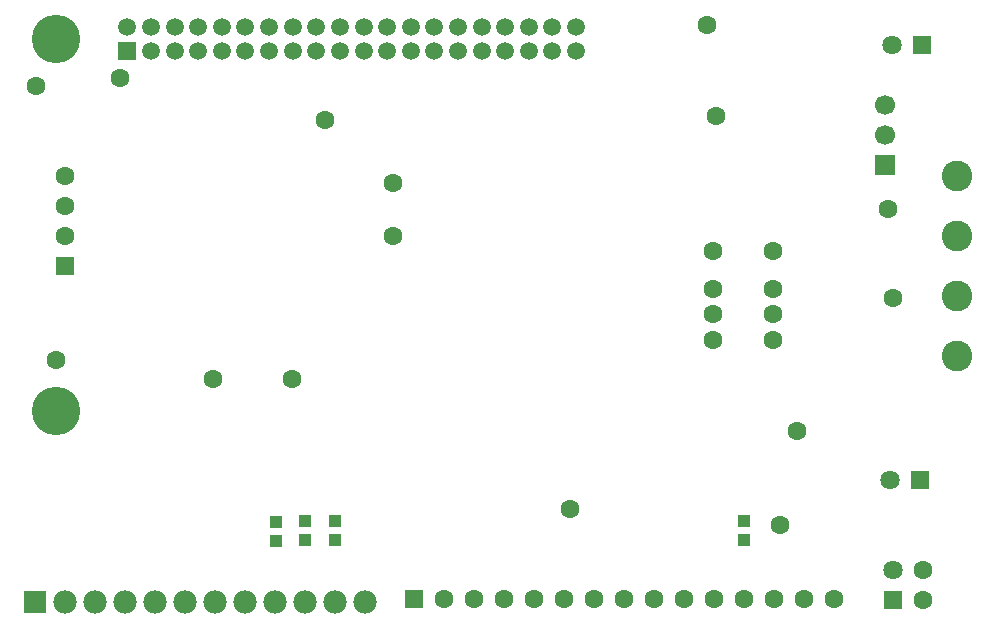
<source format=gbs>
%FSTAX24Y24*%
%MOMM*%
%SFA1B1*%

%IPPOS*%
%ADD53R,1.049998X1.099998*%
%ADD61C,1.979996*%
%ADD62R,1.979996X1.979996*%
%ADD63R,1.499997X1.499997*%
%ADD64C,1.499997*%
%ADD65R,1.599997X1.599997*%
%ADD66C,1.629997*%
%ADD67C,1.599997*%
%ADD68R,1.629997X1.629997*%
%ADD69R,1.599997X1.599997*%
%ADD70C,2.599995*%
%ADD71C,4.099992*%
%ADD72C,0.100000*%
%ADD73C,1.699997*%
%ADD74R,1.699997X1.699997*%
%LNgateway-1*%
%LPD*%
G54D53*
X637499Y091799D03*
Y107699D03*
X291499Y091199D03*
Y107299D03*
X266299Y091199D03*
Y107299D03*
X2413Y090999D03*
Y106999D03*
G54D61*
X316999Y038799D03*
X291699D03*
X266199D03*
X240799D03*
X215499D03*
X189999D03*
X164699D03*
X139299D03*
X113899D03*
X088499D03*
X062999D03*
G54D62*
X037699Y038799D03*
G54D63*
X115499Y505499D03*
G54D64*
X115499Y525499D03*
X135499Y505499D03*
Y525499D03*
X155499Y505499D03*
Y525499D03*
X175499Y505499D03*
Y525499D03*
X195499Y505499D03*
Y525499D03*
X215499Y505499D03*
Y525499D03*
X235499Y505499D03*
Y525499D03*
X255499Y505499D03*
Y525499D03*
X275499Y505499D03*
Y525499D03*
X295499Y505499D03*
Y525499D03*
X315499Y505499D03*
Y525499D03*
X335499Y505499D03*
Y525499D03*
X355499Y505499D03*
Y525499D03*
X375499Y505499D03*
Y525499D03*
X395499Y505499D03*
Y525499D03*
X415499Y505499D03*
Y525499D03*
X435499Y505499D03*
Y525499D03*
X455499Y505499D03*
Y525499D03*
X475499Y505499D03*
Y525499D03*
X495499Y505499D03*
Y525499D03*
G54D65*
X763899Y040499D03*
X358099Y041199D03*
G54D66*
X763899Y065899D03*
X761599Y142299D03*
X762799Y510299D03*
G54D67*
X789299Y040499D03*
Y065899D03*
X611699Y336499D03*
Y304499D03*
Y282499D03*
Y260499D03*
X662499D03*
Y282499D03*
Y304499D03*
Y336499D03*
X062499Y400099D03*
Y374699D03*
Y349199D03*
X713699Y041199D03*
X688299D03*
X662899D03*
X637499D03*
X612099D03*
X586699D03*
X561299D03*
X535899D03*
X510499D03*
X485099D03*
X459699D03*
X434299D03*
X408899D03*
X383499D03*
X613799Y450299D03*
X037799Y476199D03*
X682799Y183999D03*
X668499Y104299D03*
X489999Y117499D03*
X255199Y227999D03*
X187999Y227699D03*
X109499Y482999D03*
X340799Y393499D03*
Y349199D03*
X606699Y527199D03*
X055499Y243799D03*
X282999Y447199D03*
X759499Y371999D03*
X763799Y296499D03*
G54D68*
X786999Y142299D03*
X788199Y510299D03*
G54D69*
X062499Y323799D03*
G54D70*
X817799Y247499D03*
Y298299D03*
Y399799D03*
Y348999D03*
G54D71*
X055499Y515499D03*
Y200499D03*
G54D72*
X8255Y515499D03*
Y200499D03*
G54D73*
X756799Y459699D03*
Y434399D03*
G54D74*
X756799Y408999D03*
M02*
</source>
